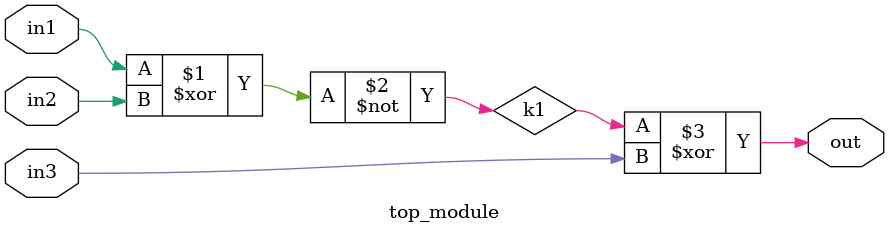
<source format=v>
module top_module (
    input in1,
    input in2,
    input in3,
    output out);
    wire k1;
    xnor xnor1(k1,in1,in2);
    xor  xor1(out,k1,in3);

endmodule

</source>
